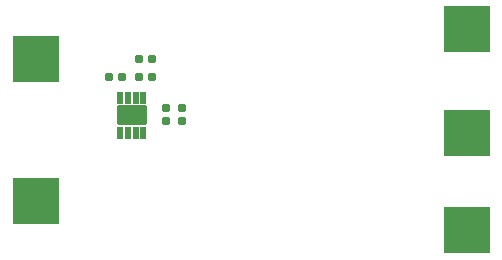
<source format=gts>
%TF.GenerationSoftware,KiCad,Pcbnew,8.0.1*%
%TF.CreationDate,2024-12-12T11:44:27-05:00*%
%TF.ProjectId,max9643_breakout,6d617839-3634-4335-9f62-7265616b6f75,rev?*%
%TF.SameCoordinates,Original*%
%TF.FileFunction,Soldermask,Top*%
%TF.FilePolarity,Negative*%
%FSLAX46Y46*%
G04 Gerber Fmt 4.6, Leading zero omitted, Abs format (unit mm)*
G04 Created by KiCad (PCBNEW 8.0.1) date 2024-12-12 11:44:27*
%MOMM*%
%LPD*%
G01*
G04 APERTURE LIST*
G04 Aperture macros list*
%AMRoundRect*
0 Rectangle with rounded corners*
0 $1 Rounding radius*
0 $2 $3 $4 $5 $6 $7 $8 $9 X,Y pos of 4 corners*
0 Add a 4 corners polygon primitive as box body*
4,1,4,$2,$3,$4,$5,$6,$7,$8,$9,$2,$3,0*
0 Add four circle primitives for the rounded corners*
1,1,$1+$1,$2,$3*
1,1,$1+$1,$4,$5*
1,1,$1+$1,$6,$7*
1,1,$1+$1,$8,$9*
0 Add four rect primitives between the rounded corners*
20,1,$1+$1,$2,$3,$4,$5,0*
20,1,$1+$1,$4,$5,$6,$7,0*
20,1,$1+$1,$6,$7,$8,$9,0*
20,1,$1+$1,$8,$9,$2,$3,0*%
G04 Aperture macros list end*
%ADD10R,4.000000X4.000000*%
%ADD11RoundRect,0.155000X0.155000X-0.212500X0.155000X0.212500X-0.155000X0.212500X-0.155000X-0.212500X0*%
%ADD12RoundRect,0.155000X-0.212500X-0.155000X0.212500X-0.155000X0.212500X0.155000X-0.212500X0.155000X0*%
%ADD13RoundRect,0.065500X-0.196500X0.416500X-0.196500X-0.416500X0.196500X-0.416500X0.196500X0.416500X0*%
%ADD14RoundRect,0.102000X-1.150000X0.750000X-1.150000X-0.750000X1.150000X-0.750000X1.150000X0.750000X0*%
%ADD15RoundRect,0.155000X0.212500X0.155000X-0.212500X0.155000X-0.212500X-0.155000X0.212500X-0.155000X0*%
G04 APERTURE END LIST*
D10*
%TO.C,J3*%
X93500000Y-58500000D03*
%TD*%
%TO.C,J2*%
X130000000Y-56000000D03*
%TD*%
%TO.C,J4*%
X130000000Y-73000000D03*
%TD*%
D11*
%TO.C,C1*%
X105925280Y-63751470D03*
X105925280Y-62616470D03*
%TD*%
D12*
%TO.C,C4*%
X102240300Y-60000000D03*
X103375300Y-60000000D03*
%TD*%
D13*
%TO.C,U1*%
X102618618Y-61781470D03*
D14*
X101643618Y-63266470D03*
D13*
X101968618Y-61781470D03*
X101318618Y-61781470D03*
X100668618Y-61781470D03*
X100668618Y-64751470D03*
X101318618Y-64751470D03*
X101968618Y-64751470D03*
X102618618Y-64751470D03*
%TD*%
D10*
%TO.C,J5*%
X93500000Y-70500000D03*
%TD*%
%TO.C,J1*%
X130000000Y-64762500D03*
%TD*%
D12*
%TO.C,C3*%
X102240300Y-58498530D03*
X103375300Y-58498530D03*
%TD*%
D11*
%TO.C,C2*%
X104500000Y-63751470D03*
X104500000Y-62616470D03*
%TD*%
D15*
%TO.C,C5*%
X100842800Y-60000000D03*
X99707800Y-60000000D03*
%TD*%
M02*

</source>
